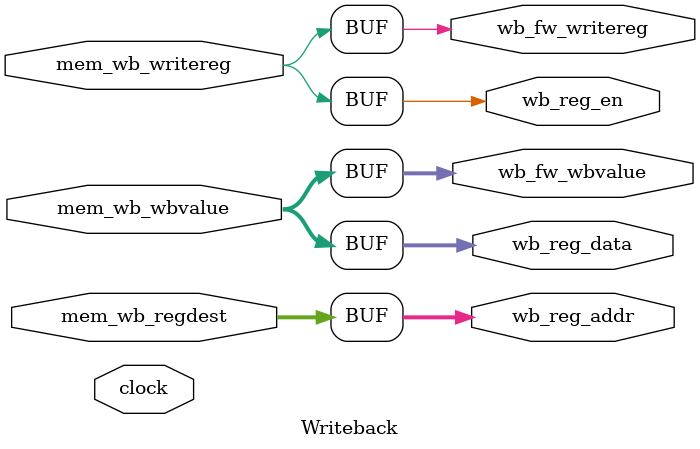
<source format=v>
module Writeback (

	input clock ,

	// Memory
	input [4:0] mem_wb_regdest ,
	input mem_wb_writereg ,
	input [31:0] mem_wb_wbvalue ,
	
	// Registers
	output  wb_reg_en ,
	output  [4:0] wb_reg_addr ,
	output  [31:0] wb_reg_data ,

	// Forwarding
	output [31:0] wb_fw_wbvalue ,
	output wb_fw_writereg
);

//fowarding
assign wb_fw_writereg = mem_wb_writereg;
assign wb_fw_wbvalue = mem_wb_wbvalue;


//always@(negedge clock)
//begin
	//registers
assign wb_reg_en = mem_wb_writereg;
assign wb_reg_addr = mem_wb_regdest;
assign wb_reg_data = mem_wb_wbvalue;
//end

endmodule


</source>
